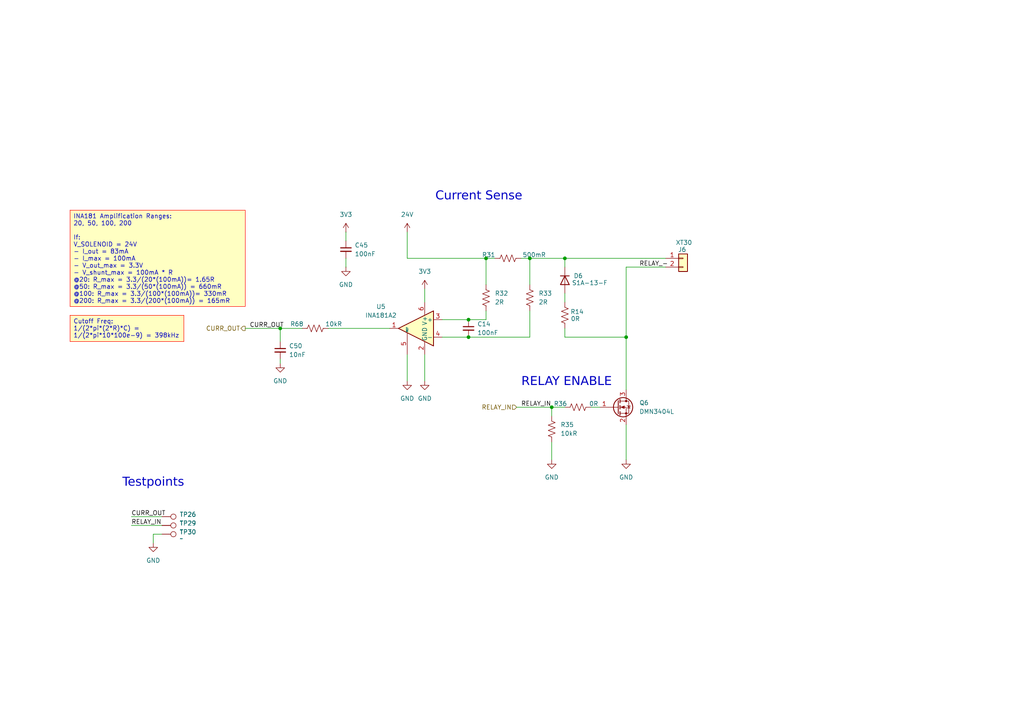
<source format=kicad_sch>
(kicad_sch (version 20231120) (generator "eeschema") (generator_version "8.0")
  (paper "A4")
  (title_block (title "${SHEETNAME}") (rev "1.0.0") (company "Demeter") (comment 1 "Akshat Doctor"))
  (lib_symbols
    (symbol "Amplifier_Current:INA181" (pin_names (offset 0.127))
      (property "Reference" "U" (at 3.81 3.81 0))
      (property "Value" "INA181" (at 3.81 -2.54 0))
      (symbol "INA181_0_1"
        (polyline (pts (xy 5.08 0) (xy -5.08 5.08) (xy -5.08 -5.08) (xy 5.08 0)) (stroke (width 0.254)) (fill (type background)))
      )
      (symbol "INA181_1_1"
        (pin output line (at 7.62 0 180) (length 2.54) (name "~") (number "1"))
        (pin power_in line (at -2.54 -7.62 90) (length 3.81) (name "GND") (number "2"))
        (pin input line (at -7.62 2.54 0) (length 2.54) (name "+") (number "3"))
        (pin input line (at -7.62 -2.54 0) (length 2.54) (name "-") (number "4"))
        (pin input line (at 2.54 -7.62 90) (length 6.35) (name "REF") (number "5"))
        (pin power_in line (at -2.54 7.62 270) (length 3.81) (name "V+") (number "6"))
      )
    )
    (symbol "Connector:TestPoint" (pin_numbers hide) (pin_names (offset 0.762) hide)
      (property "Reference" "TP" (at 0 6.858 0))
      (property "Value" "TestPoint" (at 0 5.08 0))
      (symbol "TestPoint_0_1"
        (circle (center 0 3.302) (radius 0.762))
      )
      (symbol "TestPoint_1_1"
        (pin passive line (at 0 0 90) (length 2.54) (name "1") (number "1"))
      )
    )
    (symbol "Connector_Generic:Conn_01x02" (pin_names (offset 1.016) hide)
      (property "Reference" "J" (at 0 2.54 0))
      (property "Value" "Conn_01x02" (at 0 -5.08 0))
      (symbol "Conn_01x02_1_1"
        (rectangle (start -1.27 -2.413) (end 0 -2.667) (stroke (width 0.1524)))
        (rectangle (start -1.27 0.127) (end 0 -0.127) (stroke (width 0.1524)))
        (rectangle (start -1.27 1.27) (end 1.27 -3.81) (stroke (width 0.254)) (fill (type background)))
        (pin passive line (at -5.08 0 0) (length 3.81) (name "Pin_1") (number "1"))
        (pin passive line (at -5.08 -2.54 0) (length 3.81) (name "Pin_2") (number "2"))
      )
    )
    (symbol "Device:C_Small" (pin_numbers hide) (pin_names (offset 0.254) hide)
      (property "Reference" "C" (at 0.254 1.778 0))
      (property "Value" "C_Small" (at 0.254 -2.032 0))
      (symbol "C_Small_0_1"
        (polyline (pts (xy -1.524 -0.508) (xy 1.524 -0.508)) (stroke (width 0.3302)))
        (polyline (pts (xy -1.524 0.508) (xy 1.524 0.508)) (stroke (width 0.3048)))
      )
      (symbol "C_Small_1_1"
        (pin passive line (at 0 2.54 270) (length 2.032) (name "~") (number "1"))
        (pin passive line (at 0 -2.54 90) (length 2.032) (name "~") (number "2"))
      )
    )
    (symbol "Device:D" (pin_numbers hide) (pin_names (offset 1.016) hide)
      (property "Reference" "D" (at 0 2.54 0))
      (property "Value" "D" (at 0 -2.54 0))
      (symbol "D_0_1"
        (polyline (pts (xy -1.27 1.27) (xy -1.27 -1.27)) (stroke (width 0.254)))
        (polyline (pts (xy 1.27 0) (xy -1.27 0)))
        (polyline (pts (xy 1.27 1.27) (xy 1.27 -1.27) (xy -1.27 0) (xy 1.27 1.27)) (stroke (width 0.254)))
      )
      (symbol "D_1_1"
        (pin passive line (at -3.81 0 0) (length 2.54) (name "K") (number "1"))
        (pin passive line (at 3.81 0 180) (length 2.54) (name "A") (number "2"))
      )
    )
    (symbol "Device:R_US" (pin_numbers hide) (pin_names (offset 0))
      (property "Reference" "R" (at 2.54 0 90))
      (property "Value" "R_US" (at -2.54 0 90))
      (symbol "R_US_0_1"
        (polyline (pts (xy 0 -2.286) (xy 0 -2.54)))
        (polyline (pts (xy 0 2.286) (xy 0 2.54)))
        (polyline (pts (xy 0 -0.762) (xy 1.016 -1.143) (xy 0 -1.524) (xy -1.016 -1.905) (xy 0 -2.286)))
        (polyline (pts (xy 0 0.762) (xy 1.016 0.381) (xy 0 0) (xy -1.016 -0.381) (xy 0 -0.762)))
        (polyline (pts (xy 0 2.286) (xy 1.016 1.905) (xy 0 1.524) (xy -1.016 1.143) (xy 0 0.762)))
      )
      (symbol "R_US_1_1"
        (pin passive line (at 0 3.81 270) (length 1.27) (name "~") (number "1"))
        (pin passive line (at 0 -3.81 90) (length 1.27) (name "~") (number "2"))
      )
    )
    (symbol "Transistor_FET:DMN3404L" (pin_names hide)
      (property "Reference" "Q" (at 5.08 1.905 0))
      (property "Value" "DMN3404L" (at 5.08 0 0))
      (symbol "DMN3404L_0_1"
        (polyline (pts (xy 0.254 0) (xy -2.54 0)))
        (polyline (pts (xy 0.254 1.905) (xy 0.254 -1.905)) (stroke (width 0.254)))
        (polyline (pts (xy 0.762 -1.27) (xy 0.762 -2.286)) (stroke (width 0.254)))
        (polyline (pts (xy 0.762 0.508) (xy 0.762 -0.508)) (stroke (width 0.254)))
        (polyline (pts (xy 0.762 2.286) (xy 0.762 1.27)) (stroke (width 0.254)))
        (polyline (pts (xy 2.54 2.54) (xy 2.54 1.778)))
        (polyline (pts (xy 2.54 -2.54) (xy 2.54 0) (xy 0.762 0)))
        (polyline (pts (xy 0.762 -1.778) (xy 3.302 -1.778) (xy 3.302 1.778) (xy 0.762 1.778)))
        (polyline (pts (xy 1.016 0) (xy 2.032 0.381) (xy 2.032 -0.381) (xy 1.016 0)) (fill (type outline)))
        (polyline (pts (xy 2.794 0.508) (xy 2.921 0.381) (xy 3.683 0.381) (xy 3.81 0.254)))
        (polyline (pts (xy 3.302 0.381) (xy 2.921 -0.254) (xy 3.683 -0.254) (xy 3.302 0.381)))
        (circle (center 1.651 0) (radius 2.794) (stroke (width 0.254)))
        (circle (center 2.54 -1.778) (radius 0.254) (fill (type outline)))
        (circle (center 2.54 1.778) (radius 0.254) (fill (type outline)))
      )
      (symbol "DMN3404L_1_1"
        (pin input line (at -5.08 0 0) (length 2.54) (name "G") (number "1"))
        (pin passive line (at 2.54 -5.08 90) (length 2.54) (name "S") (number "2"))
        (pin passive line (at 2.54 5.08 270) (length 2.54) (name "D") (number "3"))
      )
    )
    (symbol "power:GND" (power) (pin_numbers hide) (pin_names (offset 0) hide)
      (property "Value" "GND" (at 0 -3.81 0))
      (symbol "GND_0_1"
        (polyline (pts (xy 0 0) (xy 0 -1.27) (xy 1.27 -1.27) (xy 0 -2.54) (xy -1.27 -1.27) (xy 0 -1.27)))
      )
      (symbol "GND_1_1"
        (pin power_in line (at 0 0 270) (length 0) (name "~") (number "1"))
      )
    )
    (symbol "power:VBUS" (power) (pin_numbers hide) (pin_names (offset 0) hide)
      (property "Value" "VBUS" (at 0 3.556 0))
      (symbol "VBUS_0_1"
        (polyline (pts (xy -0.762 1.27) (xy 0 2.54)))
        (polyline (pts (xy 0 0) (xy 0 2.54)))
        (polyline (pts (xy 0 2.54) (xy 0.762 1.27)))
      )
      (symbol "VBUS_1_1"
        (pin power_in line (at 0 0 90) (length 0) (name "~") (number "1"))
      )
    )
  )
  (junction (at 163.83 74.93))
  (junction (at 140.97 74.93))
  (junction (at 81.28 95.25))
  (junction (at 181.61 97.79))
  (junction (at 135.89 97.79))
  (junction (at 153.67 74.93))
  (junction (at 160.02 118.11))
  (junction (at 135.89 92.71))
  (wire (pts (xy 160.02 120.65) (xy 160.02 118.11)))
  (wire (pts (xy 181.61 113.03) (xy 181.61 97.79)))
  (wire (pts (xy 135.89 92.71) (xy 140.97 92.71)))
  (wire (pts (xy 163.83 74.93) (xy 163.83 77.47)))
  (wire (pts (xy 140.97 74.93) (xy 140.97 82.55)))
  (wire (pts (xy 149.86 118.11) (xy 160.02 118.11)))
  (wire (pts (xy 123.19 102.87) (xy 123.19 110.49)))
  (wire (pts (xy 153.67 74.93) (xy 153.67 82.55)))
  (wire (pts (xy 163.83 95.25) (xy 163.83 97.79)))
  (wire (pts (xy 118.11 74.93) (xy 118.11 67.31)))
  (wire (pts (xy 95.25 95.25) (xy 113.03 95.25)))
  (wire (pts (xy 181.61 77.47) (xy 193.04 77.47)))
  (wire (pts (xy 163.83 85.09) (xy 163.83 87.63)))
  (wire (pts (xy 163.83 97.79) (xy 181.61 97.79)))
  (wire (pts (xy 181.61 77.47) (xy 181.61 97.79)))
  (wire (pts (xy 46.99 154.94) (xy 44.45 154.94)))
  (wire (pts (xy 100.33 74.93) (xy 100.33 77.47)))
  (wire (pts (xy 140.97 74.93) (xy 143.51 74.93)))
  (wire (pts (xy 160.02 118.11) (xy 163.83 118.11)))
  (wire (pts (xy 81.28 95.25) (xy 81.28 99.06)))
  (wire (pts (xy 81.28 95.25) (xy 87.63 95.25)))
  (wire (pts (xy 128.27 92.71) (xy 135.89 92.71)))
  (wire (pts (xy 81.28 104.14) (xy 81.28 105.41)))
  (wire (pts (xy 71.12 95.25) (xy 81.28 95.25)))
  (wire (pts (xy 118.11 74.93) (xy 140.97 74.93)))
  (wire (pts (xy 128.27 97.79) (xy 135.89 97.79)))
  (wire (pts (xy 44.45 154.94) (xy 44.45 157.48)))
  (wire (pts (xy 153.67 97.79) (xy 153.67 90.17)))
  (wire (pts (xy 181.61 123.19) (xy 181.61 133.35)))
  (wire (pts (xy 171.45 118.11) (xy 173.99 118.11)))
  (wire (pts (xy 100.33 67.31) (xy 100.33 69.85)))
  (wire (pts (xy 153.67 74.93) (xy 163.83 74.93)))
  (wire (pts (xy 163.83 74.93) (xy 193.04 74.93)))
  (wire (pts (xy 38.1 152.4) (xy 46.99 152.4)))
  (wire (pts (xy 135.89 97.79) (xy 153.67 97.79)))
  (wire (pts (xy 140.97 90.17) (xy 140.97 92.71)))
  (wire (pts (xy 151.13 74.93) (xy 153.67 74.93)))
  (wire (pts (xy 123.19 83.82) (xy 123.19 87.63)))
  (wire (pts (xy 118.11 102.87) (xy 118.11 110.49)))
  (wire (pts (xy 38.1 149.86) (xy 46.99 149.86)))
  (wire (pts (xy 160.02 128.27) (xy 160.02 133.35)))
  (text_box "INA181 Amplification Ranges:\n20, 50, 100, 200\n\nIf:\nV_SOLENOID = 24V\n- I_out = 83mA\n- I_max = 100mA\n- V_out_max = 3.3V\n- V_shunt_max = 100mA * R\n@20: R_max = 3.3/(20*(100mA))= 1.65R\n@50: R_max = 3.3/(50*(100mA)) = 660mR\n@100: R_max = 3.3/(100*(100mA))= 330mR\n@200: R_max = 3.3/(200*(100mA)) = 165mR\n" (at 20.32 60.96 0) (size 50.8 27.94) (stroke (width 0) (color 255 0 0 1)) (fill (type color) (color 255 255 194 1)) (effects (font (size 1.27 1.27)) (justify left top)))
  (text_box "Cutoff Freq:\n1/(2*pi*(2*R)*C) = 1/(2*pi*10*100e-9) = 398kHz" (at 20.32 91.44 0) (size 33.02 7.62) (stroke (width 0) (color 255 0 0 1)) (fill (type color) (color 255 255 194 1)) (effects (font (size 1.27 1.27)) (justify left top)))
  (text "Testpoints\n" (exclude_from_sim yes) (at 44.45 140.716 0) (effects (font (size 2.54 2.54))))
  (text "Current Sense " (exclude_from_sim yes) (at 139.446 57.658 0) (effects (font (size 2.54 2.54))))
  (text "RELAY ENABLE\n" (exclude_from_sim yes) (at 164.338 111.506 0) (effects (font (size 2.54 2.54))))
  (label "RELAY_IN" (at 151.13 118.11 0))
  (label "RELAY_IN" (at 38.1 152.4 0))
  (label "CURR_OUT" (at 38.1 149.86 0))
  (label "RELAY_-" (at 185.42 77.47 0))
  (label "CURR_OUT" (at 72.39 95.25 0))
  (hierarchical_label "RELAY_IN" (shape input) (at 149.86 118.11 180))
  (hierarchical_label "CURR_OUT" (shape output) (at 71.12 95.25 180))
  (symbol (lib_id "Amplifier_Current:INA181") (at 120.65 95.25 0) (mirror y) (unit 1)
    (property "Reference" "U5" (at 110.49 88.9314 0))
    (property "Value" "INA181A2" (at 110.49 91.4714 0))
    (property "Footprint" "Package_TO_SOT_SMD:SOT-23-6" (effects (hide yes)))
    (property "Datasheet" "http://www.ti.com/lit/ds/symlink/ina181.pdf" (effects (hide yes)))
    (property "Description" "Bidirectional, Low- and High-Side Voltage Output, Current-Sense Amplifier, SOT-23-6" (effects (hide yes)))
    (property "Part Number" "INA181A2IDVB" (effects (hide yes)))
    (instances (project "Column Controller" (path "" (reference "U5") (unit 1)) (path "" (reference "U11") (unit 1))))
  )
  (symbol (lib_id "power:VBUS") (at 123.19 83.82 0) (mirror y) (unit 1)
    (property "Reference" "#PWR059" (effects (hide yes)))
    (property "Value" "3V3" (at 123.19 78.74 0))
    (property "Description" "Power symbol creates a global label with name \"VBUS\"" (effects (hide yes)))
    (instances (project "Column Controller" (path "" (reference "#PWR059") (unit 1)) (path "" (reference "#PWR0155") (unit 1))))
  )
  (symbol (lib_id "Device:R_US") (at 91.44 95.25 90) (unit 1)
    (property "Reference" "R68" (at 86.106 93.98 90))
    (property "Value" "10kR" (at 96.774 93.98 90))
    (property "Footprint" "Resistor_SMD:R_0603_1608Metric" (effects (hide yes)))
    (property "Description" "Resistor, US symbol" (effects (hide yes)))
    (property "Part Number" "RC0603FR-0710KL" (effects (hide yes)))
    (instances (project "Column Controller" (path "" (reference "R68") (unit 1)) (path "" (reference "R69") (unit 1))))
  )
  (symbol (lib_id "Device:R_US") (at 160.02 124.46 180) (unit 1)
    (property "Reference" "R35" (at 162.56 123.1899 0) (effects (justify right)))
    (property "Value" "10kR" (at 162.56 125.7299 0) (effects (justify right)))
    (property "Footprint" "Resistor_SMD:R_0603_1608Metric" (effects (hide yes)))
    (property "Description" "Resistor, US symbol" (effects (hide yes)))
    (property "Part Number" "RC0603FR-0710KL" (effects (hide yes)))
    (instances (project "Column Controller" (path "" (reference "R35") (unit 1)) (path "" (reference "R67") (unit 1))))
  )
  (symbol (lib_id "Device:R_US") (at 147.32 74.93 90) (unit 1)
    (property "Reference" "R31" (at 141.732 73.914 90))
    (property "Value" "500mR" (at 154.94 73.914 90))
    (property "Footprint" "Resistor_SMD:R_0603_1608Metric" (effects (hide yes)))
    (property "Description" "Resistor, US symbol" (effects (hide yes)))
    (property "Part Number" "RL0603FR-070R5L" (effects (hide yes)))
    (instances (project "Column Controller" (path "" (reference "R31") (unit 1)) (path "" (reference "R62") (unit 1))))
  )
  (symbol (lib_id "power:VBUS") (at 118.11 67.31 0) (mirror y) (unit 1)
    (property "Reference" "#PWR058" (effects (hide yes)))
    (property "Value" "24V" (at 118.11 62.23 0))
    (property "Description" "Power symbol creates a global label with name \"VBUS\"" (effects (hide yes)))
    (instances (project "Column Controller" (path "" (reference "#PWR058") (unit 1)) (path "" (reference "#PWR0154") (unit 1))))
  )
  (symbol (lib_id "Device:R_US") (at 140.97 86.36 180) (unit 1)
    (property "Reference" "R32" (at 143.51 85.0899 0) (effects (justify right)))
    (property "Value" "2R" (at 143.51 87.6299 0) (effects (justify right)))
    (property "Footprint" "Resistor_SMD:R_0402_1005Metric" (effects (hide yes)))
    (property "Description" "Resistor, US symbol" (effects (hide yes)))
    (property "Part Number" "RC0402FR-072RL " (effects (hide yes)))
    (instances (project "Column Controller" (path "" (reference "R32") (unit 1)) (path "" (reference "R63") (unit 1))))
  )
  (symbol (lib_id "Device:D") (at 163.83 81.28 270) (unit 1)
    (property "Reference" "D6" (at 166.37 80.0099 90) (effects (justify left)))
    (property "Value" "S1A-13-F" (at 165.862 82.042 90) (effects (justify left)))
    (property "Footprint" "Diode_SMD:D_SMA" (effects (hide yes)))
    (property "Description" "Diode" (effects (hide yes)))
    (property "Sim.Device" "D" (effects (hide yes)))
    (property "Sim.Pins" "1=K 2=A" (effects (hide yes)))
    (instances (project "Column Controller" (path "" (reference "D6") (unit 1)) (path "" (reference "D4") (unit 1))))
  )
  (symbol (lib_id "Device:C_Small") (at 100.33 72.39 0) (unit 1)
    (property "Reference" "C45" (at 102.87 71.1262 0) (effects (justify left)))
    (property "Value" "100nF" (at 102.87 73.6662 0) (effects (justify left)))
    (property "Footprint" "Capacitor_SMD:C_0402_1005Metric" (effects (hide yes)))
    (property "Description" "Unpolarized capacitor, small symbol" (effects (hide yes)))
    (property "Part Number" "CL31B104KCFNNNE" (effects (hide yes)))
    (instances (project "Column Controller" (path "" (reference "C45") (unit 1)) (path "" (reference "C47") (unit 1))))
  )
  (symbol (lib_id "power:GND") (at 44.45 157.48 0) (mirror y) (unit 1)
    (property "Reference" "#PWR0190" (effects (hide yes)))
    (property "Value" "GND" (at 44.45 162.56 0))
    (property "Description" "Power symbol creates a global label with name \"GND\" , ground" (effects (hide yes)))
    (instances (project "Column Controller" (path "" (reference "#PWR0190") (unit 1)) (path "" (reference "#PWR0193") (unit 1))))
  )
  (symbol (lib_id "Device:R_US") (at 153.67 86.36 180) (unit 1)
    (property "Reference" "R33" (at 156.21 85.0899 0) (effects (justify right)))
    (property "Value" "2R" (at 156.21 87.6299 0) (effects (justify right)))
    (property "Footprint" "Resistor_SMD:R_0402_1005Metric" (effects (hide yes)))
    (property "Description" "Resistor, US symbol" (effects (hide yes)))
    (property "Part Number" "RC0402FR-072RL " (effects (hide yes)))
    (instances (project "Column Controller" (path "" (reference "R33") (unit 1)) (path "" (reference "R64") (unit 1))))
  )
  (symbol (lib_id "power:GND") (at 81.28 105.41 0) (unit 1)
    (property "Reference" "#PWR0163" (effects (hide yes)))
    (property "Value" "GND" (at 81.28 110.49 0))
    (property "Description" "Power symbol creates a global label with name \"GND\" , ground" (effects (hide yes)))
    (instances (project "Column Controller" (path "" (reference "#PWR0163") (unit 1)) (path "" (reference "#PWR0164") (unit 1))))
  )
  (symbol (lib_id "Transistor_FET:DMN3404L") (at 179.07 118.11 0) (unit 1)
    (property "Reference" "Q6" (at 185.42 116.8399 0) (effects (justify left)))
    (property "Value" "DMN3404L" (at 185.42 119.3799 0) (effects (justify left)))
    (property "Footprint" "Package_TO_SOT_SMD:SOT-23" (effects (hide yes)))
    (property "Datasheet" "http://www.diodes.com/assets/Datasheets/ds31787.pdf" (effects (hide yes)))
    (property "Description" "5.8A Id, 30V Vds, N-Channel MOSFET, SOT-23" (effects (hide yes)))
    (property "Part Number" "DMN3404L" (effects (hide yes)))
    (instances (project "Column Controller" (path "" (reference "Q6") (unit 1)) (path "" (reference "Q9") (unit 1))))
  )
  (symbol (lib_id "power:GND") (at 181.61 133.35 0) (unit 1)
    (property "Reference" "#PWR0102" (effects (hide yes)))
    (property "Value" "GND" (at 181.61 138.43 0))
    (property "Description" "Power symbol creates a global label with name \"GND\" , ground" (effects (hide yes)))
    (instances (project "Column Controller" (path "" (reference "#PWR0102") (unit 1)) (path "" (reference "#PWR0159") (unit 1))))
  )
  (symbol (lib_id "Connector:TestPoint") (at 46.99 154.94 270) (unit 1)
    (property "Reference" "TP30" (at 52.07 154.3049 90) (effects (justify left)))
    (property "Value" "~" (at 52.07 156.21 90) (effects (justify left)))
    (property "Footprint" "TestPoint:TestPoint_Pad_D1.0mm" (effects (hide yes)))
    (property "Description" "test point" (effects (hide yes)))
    (instances (project "Column Controller" (path "" (reference "TP30") (unit 1)) (path "" (reference "TP35") (unit 1))))
  )
  (symbol (lib_id "Device:C_Small") (at 135.89 95.25 0) (unit 1)
    (property "Reference" "C14" (at 138.43 93.9862 0) (effects (justify left)))
    (property "Value" "100nF" (at 138.43 96.5262 0) (effects (justify left)))
    (property "Footprint" "Capacitor_SMD:C_0402_1005Metric" (effects (hide yes)))
    (property "Description" "Unpolarized capacitor, small symbol" (effects (hide yes)))
    (property "Part Number" "CL31B104KCFNNNE" (effects (hide yes)))
    (instances (project "Column Controller" (path "" (reference "C14") (unit 1)) (path "" (reference "C33") (unit 1))))
  )
  (symbol (lib_id "power:GND") (at 100.33 77.47 0) (unit 1)
    (property "Reference" "#PWR073" (effects (hide yes)))
    (property "Value" "GND" (at 100.33 82.55 0))
    (property "Description" "Power symbol creates a global label with name \"GND\" , ground" (effects (hide yes)))
    (instances (project "Column Controller" (path "" (reference "#PWR073") (unit 1)) (path "" (reference "#PWR074") (unit 1))))
  )
  (symbol (lib_id "Device:C_Small") (at 81.28 101.6 0) (unit 1)
    (property "Reference" "C50" (at 83.82 100.3362 0) (effects (justify left)))
    (property "Value" "10nF" (at 83.82 102.8762 0) (effects (justify left)))
    (property "Footprint" "Capacitor_SMD:C_0402_1005Metric" (effects (hide yes)))
    (property "Description" "Unpolarized capacitor, small symbol" (effects (hide yes)))
    (property "Part Number" "CL05B103KO5NNNC" (effects (hide yes)))
    (instances (project "Column Controller" (path "" (reference "C50") (unit 1)) (path "" (reference "C51") (unit 1))))
  )
  (symbol (lib_id "Device:R_US") (at 167.64 118.11 270) (unit 1)
    (property "Reference" "R36" (at 162.56 117.094 90))
    (property "Value" "0R" (at 172.212 117.094 90))
    (property "Footprint" "Resistor_SMD:R_0603_1608Metric" (effects (hide yes)))
    (property "Description" "Resistor, US symbol" (effects (hide yes)))
    (property "Part Number" "RC0603FR-070RL" (effects (hide yes)))
    (instances (project "Column Controller" (path "" (reference "R36") (unit 1)) (path "" (reference "R66") (unit 1))))
  )
  (symbol (lib_id "power:GND") (at 118.11 110.49 0) (unit 1)
    (property "Reference" "#PWR060" (effects (hide yes)))
    (property "Value" "GND" (at 118.11 115.57 0))
    (property "Description" "Power symbol creates a global label with name \"GND\" , ground" (effects (hide yes)))
    (instances (project "Column Controller" (path "" (reference "#PWR060") (unit 1)) (path "" (reference "#PWR0156") (unit 1))))
  )
  (symbol (lib_id "power:VBUS") (at 100.33 67.31 0) (mirror y) (unit 1)
    (property "Reference" "#PWR071" (effects (hide yes)))
    (property "Value" "3V3" (at 100.33 62.23 0))
    (property "Description" "Power symbol creates a global label with name \"VBUS\"" (effects (hide yes)))
    (instances (project "Column Controller" (path "" (reference "#PWR071") (unit 1)) (path "" (reference "#PWR072") (unit 1))))
  )
  (symbol (lib_id "Connector_Generic:Conn_01x02") (at 198.12 74.93 0) (unit 1)
    (property "Reference" "J6" (at 197.866 72.39 0))
    (property "Value" "XT30" (at 198.374 70.358 0))
    (property "Footprint" "DEMETER_LIB:XT30" (effects (hide yes)))
    (property "Description" "Generic connector, single row, 01x02, script generated (kicad-library-utils/schlib/autogen/connector/)" (effects (hide yes)))
    (instances (project "Column Controller" (path "" (reference "J6") (unit 1)) (path "" (reference "J10") (unit 1))))
  )
  (symbol (lib_id "Connector:TestPoint") (at 46.99 149.86 270) (unit 1)
    (property "Reference" "TP26" (at 52.07 149.2249 90) (effects (justify left)))
    (property "Value" "~" (at 52.07 151.13 90) (effects (justify left)))
    (property "Footprint" "TestPoint:TestPoint_Pad_D1.0mm" (effects (hide yes)))
    (property "Description" "test point" (effects (hide yes)))
    (instances (project "Column Controller" (path "" (reference "TP26") (unit 1)) (path "" (reference "TP27") (unit 1))))
  )
  (symbol (lib_id "power:GND") (at 123.19 110.49 0) (unit 1)
    (property "Reference" "#PWR061" (effects (hide yes)))
    (property "Value" "GND" (at 123.19 115.57 0))
    (property "Description" "Power symbol creates a global label with name \"GND\" , ground" (effects (hide yes)))
    (instances (project "Column Controller" (path "" (reference "#PWR061") (unit 1)) (path "" (reference "#PWR0157") (unit 1))))
  )
  (symbol (lib_id "Device:R_US") (at 163.83 91.44 0) (unit 1)
    (property "Reference" "R14" (at 167.386 90.424 0))
    (property "Value" "0R" (at 166.878 92.456 0))
    (property "Footprint" "Resistor_SMD:R_0603_1608Metric" (effects (hide yes)))
    (property "Description" "Resistor, US symbol" (effects (hide yes)))
    (property "Part Number" "RC0603FR-070RL" (effects (hide yes)))
    (instances (project "Column Controller" (path "" (reference "R14") (unit 1)) (path "" (reference "R16") (unit 1))))
  )
  (symbol (lib_id "power:GND") (at 160.02 133.35 0) (unit 1)
    (property "Reference" "#PWR063" (effects (hide yes)))
    (property "Value" "GND" (at 160.02 138.43 0))
    (property "Description" "Power symbol creates a global label with name \"GND\" , ground" (effects (hide yes)))
    (instances (project "Column Controller" (path "" (reference "#PWR063") (unit 1)) (path "" (reference "#PWR0158") (unit 1))))
  )
  (symbol (lib_id "Connector:TestPoint") (at 46.99 152.4 270) (unit 1)
    (property "Reference" "TP29" (at 52.07 151.7649 90) (effects (justify left)))
    (property "Value" "~" (at 52.07 153.67 90) (effects (justify left)))
    (property "Footprint" "TestPoint:TestPoint_Pad_D1.0mm" (effects (hide yes)))
    (property "Description" "test point" (effects (hide yes)))
    (instances (project "Column Controller" (path "" (reference "TP29") (unit 1)) (path "" (reference "TP34") (unit 1))))
  )
)
</source>
